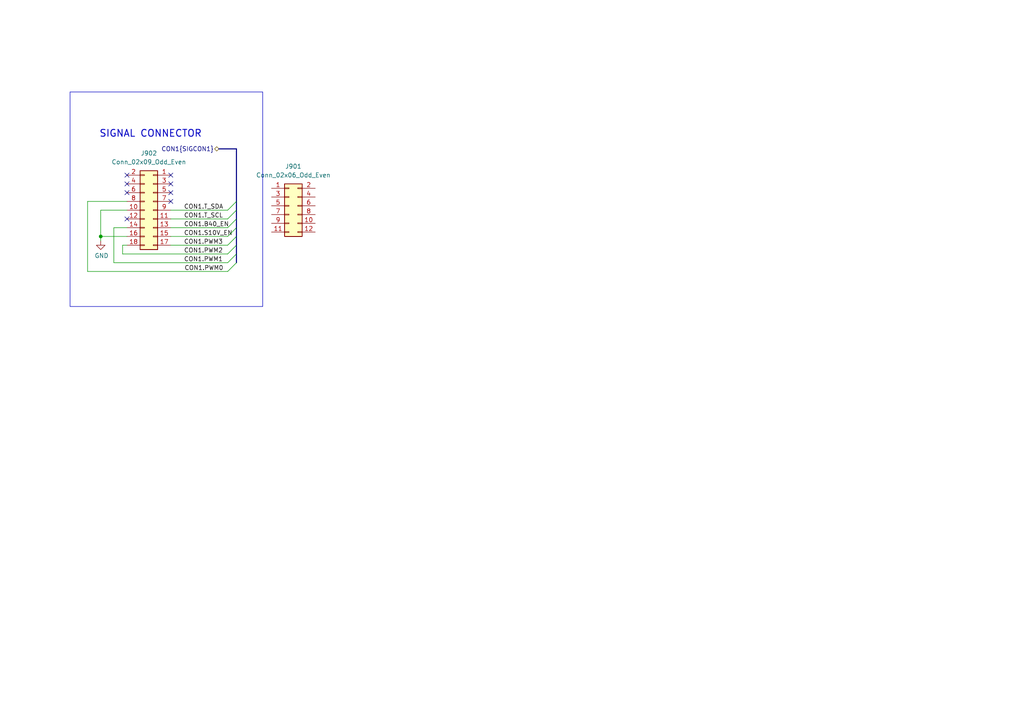
<source format=kicad_sch>
(kicad_sch (version 20250114) (generator "eeschema") (generator_version "9.0")
  (paper "A4")
  (lib_symbols
    (symbol "Connector_Generic:Conn_02x06_Odd_Even" (pin_names (offset 1.016) (hide yes))
      (property "Reference" "J" (at 1.27 7.62 0))
      (property "Value" "Conn_02x06_Odd_Even" (at 1.27 -10.16 0))
      (symbol "Conn_02x06_Odd_Even_1_1"
        (rectangle (start -1.27 6.35) (end 3.81 -8.89) (stroke (width 0.254)) (fill (type background)))
        (rectangle (start -1.27 5.207) (end 0 4.953) (stroke (width 0.1524)))
        (rectangle (start -1.27 2.667) (end 0 2.413) (stroke (width 0.1524)))
        (rectangle (start -1.27 0.127) (end 0 -0.127) (stroke (width 0.1524)))
        (rectangle (start -1.27 -2.413) (end 0 -2.667) (stroke (width 0.1524)))
        (rectangle (start -1.27 -4.953) (end 0 -5.207) (stroke (width 0.1524)))
        (rectangle (start -1.27 -7.493) (end 0 -7.747) (stroke (width 0.1524)))
        (rectangle (start 3.81 5.207) (end 2.54 4.953) (stroke (width 0.1524)))
        (rectangle (start 3.81 2.667) (end 2.54 2.413) (stroke (width 0.1524)))
        (rectangle (start 3.81 0.127) (end 2.54 -0.127) (stroke (width 0.1524)))
        (rectangle (start 3.81 -2.413) (end 2.54 -2.667) (stroke (width 0.1524)))
        (rectangle (start 3.81 -4.953) (end 2.54 -5.207) (stroke (width 0.1524)))
        (rectangle (start 3.81 -7.493) (end 2.54 -7.747) (stroke (width 0.1524)))
        (pin passive line (at -5.08 5.08 0) (length 3.81) (name "Pin_1") (number "1"))
        (pin passive line (at -5.08 2.54 0) (length 3.81) (name "Pin_3") (number "3"))
        (pin passive line (at -5.08 0 0) (length 3.81) (name "Pin_5") (number "5"))
        (pin passive line (at -5.08 -2.54 0) (length 3.81) (name "Pin_7") (number "7"))
        (pin passive line (at -5.08 -5.08 0) (length 3.81) (name "Pin_9") (number "9"))
        (pin passive line (at -5.08 -7.62 0) (length 3.81) (name "Pin_11") (number "11"))
        (pin passive line (at 7.62 5.08 180) (length 3.81) (name "Pin_2") (number "2"))
        (pin passive line (at 7.62 2.54 180) (length 3.81) (name "Pin_4") (number "4"))
        (pin passive line (at 7.62 0 180) (length 3.81) (name "Pin_6") (number "6"))
        (pin passive line (at 7.62 -2.54 180) (length 3.81) (name "Pin_8") (number "8"))
        (pin passive line (at 7.62 -5.08 180) (length 3.81) (name "Pin_10") (number "10"))
        (pin passive line (at 7.62 -7.62 180) (length 3.81) (name "Pin_12") (number "12"))
      )
    )
    (symbol "Connector_Generic:Conn_02x09_Odd_Even" (pin_names (offset 1.016) (hide yes))
      (property "Reference" "J" (at 1.27 12.7 0))
      (property "Value" "Conn_02x09_Odd_Even" (at 1.27 -12.7 0))
      (symbol "Conn_02x09_Odd_Even_1_1"
        (rectangle (start -1.27 11.43) (end 3.81 -11.43) (stroke (width 0.254)) (fill (type background)))
        (rectangle (start -1.27 10.287) (end 0 10.033) (stroke (width 0.1524)))
        (rectangle (start -1.27 7.747) (end 0 7.493) (stroke (width 0.1524)))
        (rectangle (start -1.27 5.207) (end 0 4.953) (stroke (width 0.1524)))
        (rectangle (start -1.27 2.667) (end 0 2.413) (stroke (width 0.1524)))
        (rectangle (start -1.27 0.127) (end 0 -0.127) (stroke (width 0.1524)))
        (rectangle (start -1.27 -2.413) (end 0 -2.667) (stroke (width 0.1524)))
        (rectangle (start -1.27 -4.953) (end 0 -5.207) (stroke (width 0.1524)))
        (rectangle (start -1.27 -7.493) (end 0 -7.747) (stroke (width 0.1524)))
        (rectangle (start -1.27 -10.033) (end 0 -10.287) (stroke (width 0.1524)))
        (rectangle (start 3.81 10.287) (end 2.54 10.033) (stroke (width 0.1524)))
        (rectangle (start 3.81 7.747) (end 2.54 7.493) (stroke (width 0.1524)))
        (rectangle (start 3.81 5.207) (end 2.54 4.953) (stroke (width 0.1524)))
        (rectangle (start 3.81 2.667) (end 2.54 2.413) (stroke (width 0.1524)))
        (rectangle (start 3.81 0.127) (end 2.54 -0.127) (stroke (width 0.1524)))
        (rectangle (start 3.81 -2.413) (end 2.54 -2.667) (stroke (width 0.1524)))
        (rectangle (start 3.81 -4.953) (end 2.54 -5.207) (stroke (width 0.1524)))
        (rectangle (start 3.81 -7.493) (end 2.54 -7.747) (stroke (width 0.1524)))
        (rectangle (start 3.81 -10.033) (end 2.54 -10.287) (stroke (width 0.1524)))
        (pin passive line (at -5.08 10.16 0) (length 3.81) (name "Pin_1") (number "1"))
        (pin passive line (at -5.08 7.62 0) (length 3.81) (name "Pin_3") (number "3"))
        (pin passive line (at -5.08 5.08 0) (length 3.81) (name "Pin_5") (number "5"))
        (pin passive line (at -5.08 2.54 0) (length 3.81) (name "Pin_7") (number "7"))
        (pin passive line (at -5.08 0 0) (length 3.81) (name "Pin_9") (number "9"))
        (pin passive line (at -5.08 -2.54 0) (length 3.81) (name "Pin_11") (number "11"))
        (pin passive line (at -5.08 -5.08 0) (length 3.81) (name "Pin_13") (number "13"))
        (pin passive line (at -5.08 -7.62 0) (length 3.81) (name "Pin_15") (number "15"))
        (pin passive line (at -5.08 -10.16 0) (length 3.81) (name "Pin_17") (number "17"))
        (pin passive line (at 7.62 10.16 180) (length 3.81) (name "Pin_2") (number "2"))
        (pin passive line (at 7.62 7.62 180) (length 3.81) (name "Pin_4") (number "4"))
        (pin passive line (at 7.62 5.08 180) (length 3.81) (name "Pin_6") (number "6"))
        (pin passive line (at 7.62 2.54 180) (length 3.81) (name "Pin_8") (number "8"))
        (pin passive line (at 7.62 0 180) (length 3.81) (name "Pin_10") (number "10"))
        (pin passive line (at 7.62 -2.54 180) (length 3.81) (name "Pin_12") (number "12"))
        (pin passive line (at 7.62 -5.08 180) (length 3.81) (name "Pin_14") (number "14"))
        (pin passive line (at 7.62 -7.62 180) (length 3.81) (name "Pin_16") (number "16"))
        (pin passive line (at 7.62 -10.16 180) (length 3.81) (name "Pin_18") (number "18"))
      )
    )
    (symbol "power:GND" (power) (pin_numbers (hide yes)) (pin_names (offset 0) (hide yes))
      (property "Value" "GND" (at 0 -3.81 0))
      (symbol "GND_0_1"
        (polyline (pts (xy 0 0) (xy 0 -1.27) (xy 1.27 -1.27) (xy 0 -2.54) (xy -1.27 -1.27) (xy 0 -1.27)))
      )
      (symbol "GND_1_1"
        (pin power_in line (at 0 0 270) (length 0) (name "~") (number "1"))
      )
    )
  )
  (rectangle (start 20.32 26.67) (end 76.2 88.9))
  (text "SIGNAL CONNECTOR" (at 43.688 38.862 0) (effects (font (size 2 2) (thickness 0.254) (bold yes))))
  (junction (at 29.21 68.58))
  (no_connect (at 36.83 55.88))
  (no_connect (at 49.53 53.34))
  (no_connect (at 36.83 50.8))
  (no_connect (at 49.53 58.42))
  (no_connect (at 49.53 55.88))
  (no_connect (at 49.53 50.8))
  (no_connect (at 36.83 63.5))
  (no_connect (at 36.83 53.34))
  (bus_entry (at 66.04 71.12) (size 2.54 -2.54))
  (bus_entry (at 66.04 66.04) (size 2.54 -2.54))
  (bus_entry (at 66.04 76.2) (size 2.54 -2.54))
  (bus_entry (at 66.04 63.5) (size 2.54 -2.54))
  (bus_entry (at 66.04 68.58) (size 2.54 -2.54))
  (bus_entry (at 66.04 78.74) (size 2.54 -2.54))
  (bus_entry (at 66.04 73.66) (size 2.54 -2.54))
  (bus_entry (at 66.04 60.96) (size 2.54 -2.54))
  (wire (pts (xy 66.04 66.04) (xy 49.53 66.04)))
  (bus (pts (xy 68.58 68.58) (xy 68.58 71.12)))
  (wire (pts (xy 29.21 68.58) (xy 36.83 68.58)))
  (bus (pts (xy 68.58 66.04) (xy 68.58 68.58)))
  (wire (pts (xy 66.04 68.58) (xy 49.53 68.58)))
  (bus (pts (xy 68.58 71.12) (xy 68.58 73.66)))
  (bus (pts (xy 68.58 63.5) (xy 68.58 66.04)))
  (wire (pts (xy 33.02 76.2) (xy 66.04 76.2)))
  (wire (pts (xy 29.21 68.58) (xy 29.21 60.96)))
  (wire (pts (xy 25.4 58.42) (xy 36.83 58.42)))
  (bus (pts (xy 68.58 58.42) (xy 68.58 60.96)))
  (wire (pts (xy 35.56 73.66) (xy 35.56 71.12)))
  (wire (pts (xy 29.21 69.85) (xy 29.21 68.58)))
  (wire (pts (xy 35.56 71.12) (xy 36.83 71.12)))
  (wire (pts (xy 35.56 73.66) (xy 66.04 73.66)))
  (wire (pts (xy 29.21 60.96) (xy 36.83 60.96)))
  (wire (pts (xy 33.02 66.04) (xy 36.83 66.04)))
  (wire (pts (xy 66.04 71.12) (xy 49.53 71.12)))
  (wire (pts (xy 25.4 78.74) (xy 66.04 78.74)))
  (bus (pts (xy 68.58 60.96) (xy 68.58 63.5)))
  (wire (pts (xy 25.4 58.42) (xy 25.4 78.74)))
  (wire (pts (xy 66.04 63.5) (xy 49.53 63.5)))
  (bus (pts (xy 68.58 73.66) (xy 68.58 76.2)))
  (bus (pts (xy 68.58 58.42) (xy 68.58 43.18)))
  (bus (pts (xy 68.58 43.18) (xy 63.5 43.18)))
  (wire (pts (xy 66.04 60.96) (xy 49.53 60.96)))
  (wire (pts (xy 33.02 66.04) (xy 33.02 76.2)))
  (label "CON1.PWM1" (at 53.34 76.2 0))
  (label "CON1.T_SDA" (at 53.34 60.96 0))
  (label "CON1.B40_EN" (at 53.34 66.04 0))
  (label "CON1.T_SCL" (at 53.34 63.5 0))
  (label "CON1.PWM2" (at 53.34 73.66 0))
  (label "CON1.PWM0" (at 53.4797 78.74 0))
  (label "CON1.PWM3" (at 53.34 71.12 0))
  (label "CON1.S10V_EN" (at 53.34 68.58 0))
  (hierarchical_label "CON1{SIGCON1}" (shape bidirectional) (at 63.5 43.18 180))
  (symbol (lib_id "Connector_Generic:Conn_02x06_Odd_Even") (at 83.82 59.69 0) (unit 1)
    (property "Reference" "J901" (at 85.09 48.26 0))
    (property "Value" "Conn_02x06_Odd_Even" (at 85.09 50.8 0))
    (property "Footprint" "Connector_PinHeader_2.54mm:PinHeader_2x06_P2.54mm_Horizontal" (effects (hide yes)))
    (property "Description" "Generic connector, double row, 02x06, odd/even pin numbering scheme (row 1 odd numbers, row 2 even numbers), script generated (kicad-library-utils/schlib/autogen/connector/)" (effects (hide yes)))
  )
  (symbol (lib_id "Connector_Generic:Conn_02x09_Odd_Even") (at 44.45 60.96 0) (mirror y) (unit 1)
    (property "Reference" "J902" (at 43.18 44.45 0))
    (property "Value" "Conn_02x09_Odd_Even" (at 43.18 46.99 0))
    (property "Footprint" "Connector_PinSocket_2.54mm:PinSocket_2x09_P2.54mm_Vertical" (effects (hide yes)))
    (property "Description" "Generic connector, double row, 02x09, odd/even pin numbering scheme (row 1 odd numbers, row 2 even numbers), script generated (kicad-library-utils/schlib/autogen/connector/)" (effects (hide yes)))
  )
  (symbol (lib_id "power:GND") (at 29.21 69.85 0) (unit 1)
    (property "Reference" "#PWR0901" (effects (hide yes)))
    (property "Value" "GND" (at 29.464 74.168 0))
    (property "Description" "Power symbol creates a global label with name \"GND\" , ground" (effects (hide yes)))
  )
)
</source>
